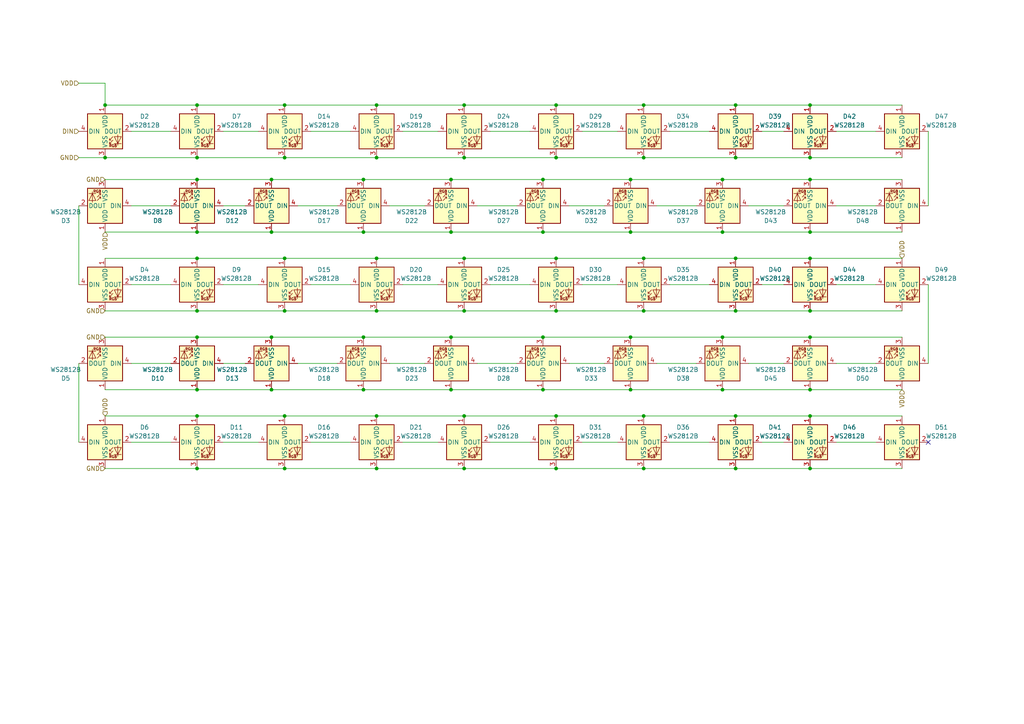
<source format=kicad_sch>
(kicad_sch (version 20211123) (generator eeschema)
  (paper "A4")
  (lib_symbols
    (symbol "LED:WS2812B" (pin_names (offset 0.254))
      (property "Reference" "D" (at 5.08 5.715 0))
      (property "Value" "WS2812B" (at 1.27 -5.715 0))
      (symbol "WS2812B_0_0"
        (text "RGB" (at 2.286 -4.191 0) (effects (font (size 0.762 0.762))))
      )
      (symbol "WS2812B_0_1"
        (polyline (pts (xy 1.27 -3.556) (xy 1.778 -3.556)))
        (polyline (pts (xy 1.27 -2.54) (xy 1.778 -2.54)))
        (polyline (pts (xy 4.699 -3.556) (xy 2.667 -3.556)))
        (polyline (pts (xy 2.286 -2.54) (xy 1.27 -3.556) (xy 1.27 -3.048)))
        (polyline (pts (xy 2.286 -1.524) (xy 1.27 -2.54) (xy 1.27 -2.032)))
        (polyline (pts (xy 3.683 -1.016) (xy 3.683 -3.556) (xy 3.683 -4.064)))
        (polyline (pts (xy 4.699 -1.524) (xy 2.667 -1.524) (xy 3.683 -3.556) (xy 4.699 -1.524)))
        (rectangle (start 5.08 5.08) (end -5.08 -5.08) (stroke (width 0.254)) (fill (type background)))
      )
      (symbol "WS2812B_1_1"
        (pin power_in line (at 0 7.62 270) (length 2.54) (name "VDD") (number "1"))
        (pin output line (at 7.62 0 180) (length 2.54) (name "DOUT") (number "2"))
        (pin power_in line (at 0 -7.62 90) (length 2.54) (name "VSS") (number "3"))
        (pin input line (at -7.62 0 0) (length 2.54) (name "DIN") (number "4"))
      )
    )
  )
  (junction (at 161.29 90.17))
  (junction (at 186.69 74.93))
  (junction (at 157.48 52.07))
  (junction (at 182.88 67.31))
  (junction (at 234.95 30.48))
  (junction (at 186.69 120.65))
  (junction (at 105.41 97.79))
  (junction (at 234.95 120.65))
  (junction (at 213.36 45.72))
  (junction (at 82.55 90.17))
  (junction (at 105.41 52.07))
  (junction (at 57.15 52.07))
  (junction (at 182.88 52.07))
  (junction (at 234.95 90.17))
  (junction (at 234.95 45.72))
  (junction (at 234.95 67.31))
  (junction (at 130.81 113.03))
  (junction (at 57.15 67.31))
  (junction (at 78.74 67.31))
  (junction (at 186.69 45.72))
  (junction (at 78.74 113.03))
  (junction (at 209.55 97.79))
  (junction (at 161.29 45.72))
  (junction (at 57.15 113.03))
  (junction (at 157.48 113.03))
  (junction (at 134.62 90.17))
  (junction (at 134.62 45.72))
  (junction (at 57.15 30.48))
  (junction (at 78.74 52.07))
  (junction (at 130.81 97.79))
  (junction (at 213.36 30.48))
  (junction (at 186.69 135.89))
  (junction (at 161.29 30.48))
  (junction (at 82.55 74.93))
  (junction (at 209.55 113.03))
  (junction (at 213.36 90.17))
  (junction (at 161.29 135.89))
  (junction (at 82.55 120.65))
  (junction (at 134.62 135.89))
  (junction (at 134.62 30.48))
  (junction (at 157.48 97.79))
  (junction (at 109.22 45.72))
  (junction (at 109.22 120.65))
  (junction (at 213.36 74.93))
  (junction (at 130.81 52.07))
  (junction (at 109.22 90.17))
  (junction (at 82.55 45.72))
  (junction (at 109.22 135.89))
  (junction (at 213.36 135.89))
  (junction (at 182.88 113.03))
  (junction (at 157.48 67.31))
  (junction (at 109.22 30.48))
  (junction (at 234.95 74.93))
  (junction (at 186.69 90.17))
  (junction (at 213.36 120.65))
  (junction (at 161.29 120.65))
  (junction (at 30.48 30.48))
  (junction (at 57.15 90.17))
  (junction (at 161.29 74.93))
  (junction (at 209.55 67.31))
  (junction (at 234.95 135.89))
  (junction (at 186.69 30.48))
  (junction (at 82.55 135.89))
  (junction (at 234.95 52.07))
  (junction (at 57.15 120.65))
  (junction (at 134.62 74.93))
  (junction (at 234.95 113.03))
  (junction (at 105.41 113.03))
  (junction (at 57.15 135.89))
  (junction (at 57.15 45.72))
  (junction (at 57.15 97.79))
  (junction (at 234.95 97.79))
  (junction (at 82.55 30.48))
  (junction (at 182.88 97.79))
  (junction (at 130.81 67.31))
  (junction (at 105.41 67.31))
  (junction (at 209.55 52.07))
  (junction (at 30.48 45.72))
  (junction (at 78.74 97.79))
  (junction (at 109.22 74.93))
  (junction (at 57.15 74.93))
  (junction (at 134.62 120.65))
  (no_connect (at 269.24 128.27))
  (wire (pts (xy 71.12 59.69) (xy 64.77 59.69)))
  (wire (pts (xy 205.74 82.55) (xy 194.31 82.55)))
  (wire (pts (xy 157.48 113.03) (xy 130.81 113.03)))
  (wire (pts (xy 242.57 59.69) (xy 254 59.69)))
  (wire (pts (xy 261.62 97.79) (xy 234.95 97.79)))
  (wire (pts (xy 49.53 38.1) (xy 38.1 38.1)))
  (wire (pts (xy 205.74 128.27) (xy 194.31 128.27)))
  (wire (pts (xy 186.69 45.72) (xy 213.36 45.72)))
  (wire (pts (xy 209.55 67.31) (xy 182.88 67.31)))
  (wire (pts (xy 64.77 38.1) (xy 74.93 38.1)))
  (wire (pts (xy 57.15 30.48) (xy 82.55 30.48)))
  (wire (pts (xy 82.55 135.89) (xy 109.22 135.89)))
  (wire (pts (xy 123.19 105.41) (xy 113.03 105.41)))
  (wire (pts (xy 105.41 97.79) (xy 78.74 97.79)))
  (wire (pts (xy 38.1 105.41) (xy 49.53 105.41)))
  (wire (pts (xy 109.22 120.65) (xy 134.62 120.65)))
  (wire (pts (xy 86.36 105.41) (xy 97.79 105.41)))
  (wire (pts (xy 22.86 45.72) (xy 30.48 45.72)))
  (wire (pts (xy 22.86 105.41) (xy 22.86 128.27)))
  (wire (pts (xy 78.74 97.79) (xy 57.15 97.79)))
  (wire (pts (xy 234.95 97.79) (xy 209.55 97.79)))
  (wire (pts (xy 134.62 120.65) (xy 161.29 120.65)))
  (wire (pts (xy 157.48 97.79) (xy 130.81 97.79)))
  (wire (pts (xy 242.57 105.41) (xy 254 105.41)))
  (wire (pts (xy 190.5 59.69) (xy 201.93 59.69)))
  (wire (pts (xy 130.81 113.03) (xy 105.41 113.03)))
  (wire (pts (xy 227.33 59.69) (xy 217.17 59.69)))
  (wire (pts (xy 101.6 82.55) (xy 90.17 82.55)))
  (wire (pts (xy 57.15 135.89) (xy 82.55 135.89)))
  (wire (pts (xy 57.15 45.72) (xy 82.55 45.72)))
  (wire (pts (xy 209.55 52.07) (xy 182.88 52.07)))
  (wire (pts (xy 134.62 90.17) (xy 161.29 90.17)))
  (wire (pts (xy 254 38.1) (xy 242.57 38.1)))
  (wire (pts (xy 134.62 45.72) (xy 161.29 45.72)))
  (wire (pts (xy 261.62 52.07) (xy 234.95 52.07)))
  (wire (pts (xy 57.15 113.03) (xy 30.48 113.03)))
  (wire (pts (xy 205.74 38.1) (xy 194.31 38.1)))
  (wire (pts (xy 227.33 105.41) (xy 217.17 105.41)))
  (wire (pts (xy 57.15 120.65) (xy 82.55 120.65)))
  (wire (pts (xy 82.55 90.17) (xy 109.22 90.17)))
  (wire (pts (xy 186.69 120.65) (xy 213.36 120.65)))
  (wire (pts (xy 213.36 45.72) (xy 234.95 45.72)))
  (wire (pts (xy 71.12 105.41) (xy 64.77 105.41)))
  (wire (pts (xy 64.77 128.27) (xy 74.93 128.27)))
  (wire (pts (xy 157.48 67.31) (xy 130.81 67.31)))
  (wire (pts (xy 157.48 52.07) (xy 130.81 52.07)))
  (wire (pts (xy 190.5 105.41) (xy 201.93 105.41)))
  (wire (pts (xy 220.98 128.27) (xy 227.33 128.27)))
  (wire (pts (xy 234.95 52.07) (xy 209.55 52.07)))
  (wire (pts (xy 153.67 38.1) (xy 142.24 38.1)))
  (wire (pts (xy 186.69 135.89) (xy 213.36 135.89)))
  (wire (pts (xy 30.48 45.72) (xy 57.15 45.72)))
  (wire (pts (xy 254 128.27) (xy 242.57 128.27)))
  (wire (pts (xy 134.62 30.48) (xy 161.29 30.48)))
  (wire (pts (xy 134.62 74.93) (xy 161.29 74.93)))
  (wire (pts (xy 78.74 52.07) (xy 57.15 52.07)))
  (wire (pts (xy 30.48 90.17) (xy 57.15 90.17)))
  (wire (pts (xy 116.84 128.27) (xy 127 128.27)))
  (wire (pts (xy 161.29 135.89) (xy 186.69 135.89)))
  (wire (pts (xy 175.26 59.69) (xy 165.1 59.69)))
  (wire (pts (xy 234.95 120.65) (xy 261.62 120.65)))
  (wire (pts (xy 213.36 74.93) (xy 234.95 74.93)))
  (wire (pts (xy 182.88 97.79) (xy 157.48 97.79)))
  (wire (pts (xy 101.6 38.1) (xy 90.17 38.1)))
  (wire (pts (xy 168.91 82.55) (xy 179.07 82.55)))
  (wire (pts (xy 105.41 113.03) (xy 78.74 113.03)))
  (wire (pts (xy 153.67 82.55) (xy 142.24 82.55)))
  (wire (pts (xy 49.53 82.55) (xy 38.1 82.55)))
  (wire (pts (xy 182.88 67.31) (xy 157.48 67.31)))
  (wire (pts (xy 138.43 59.69) (xy 149.86 59.69)))
  (wire (pts (xy 161.29 120.65) (xy 186.69 120.65)))
  (wire (pts (xy 64.77 82.55) (xy 74.93 82.55)))
  (wire (pts (xy 22.86 59.69) (xy 22.86 82.55)))
  (wire (pts (xy 261.62 67.31) (xy 234.95 67.31)))
  (wire (pts (xy 109.22 135.89) (xy 134.62 135.89)))
  (wire (pts (xy 82.55 30.48) (xy 109.22 30.48)))
  (wire (pts (xy 209.55 97.79) (xy 182.88 97.79)))
  (wire (pts (xy 109.22 74.93) (xy 134.62 74.93)))
  (wire (pts (xy 82.55 45.72) (xy 109.22 45.72)))
  (wire (pts (xy 161.29 74.93) (xy 186.69 74.93)))
  (wire (pts (xy 30.48 135.89) (xy 57.15 135.89)))
  (wire (pts (xy 57.15 74.93) (xy 82.55 74.93)))
  (wire (pts (xy 134.62 135.89) (xy 161.29 135.89)))
  (wire (pts (xy 30.48 24.13) (xy 30.48 30.48)))
  (wire (pts (xy 234.95 135.89) (xy 261.62 135.89)))
  (wire (pts (xy 234.95 113.03) (xy 209.55 113.03)))
  (wire (pts (xy 30.48 120.65) (xy 57.15 120.65)))
  (wire (pts (xy 116.84 82.55) (xy 127 82.55)))
  (wire (pts (xy 234.95 90.17) (xy 261.62 90.17)))
  (wire (pts (xy 101.6 128.27) (xy 90.17 128.27)))
  (wire (pts (xy 220.98 38.1) (xy 227.33 38.1)))
  (wire (pts (xy 86.36 59.69) (xy 97.79 59.69)))
  (wire (pts (xy 269.24 82.55) (xy 269.24 105.41)))
  (wire (pts (xy 130.81 67.31) (xy 105.41 67.31)))
  (wire (pts (xy 254 82.55) (xy 242.57 82.55)))
  (wire (pts (xy 261.62 113.03) (xy 234.95 113.03)))
  (wire (pts (xy 30.48 74.93) (xy 57.15 74.93)))
  (wire (pts (xy 234.95 74.93) (xy 261.62 74.93)))
  (wire (pts (xy 138.43 105.41) (xy 149.86 105.41)))
  (wire (pts (xy 116.84 38.1) (xy 127 38.1)))
  (wire (pts (xy 109.22 45.72) (xy 134.62 45.72)))
  (wire (pts (xy 209.55 113.03) (xy 182.88 113.03)))
  (wire (pts (xy 57.15 97.79) (xy 30.48 97.79)))
  (wire (pts (xy 30.48 30.48) (xy 57.15 30.48)))
  (wire (pts (xy 234.95 45.72) (xy 261.62 45.72)))
  (wire (pts (xy 213.36 90.17) (xy 234.95 90.17)))
  (wire (pts (xy 57.15 67.31) (xy 30.48 67.31)))
  (wire (pts (xy 78.74 67.31) (xy 57.15 67.31)))
  (wire (pts (xy 161.29 90.17) (xy 186.69 90.17)))
  (wire (pts (xy 105.41 52.07) (xy 78.74 52.07)))
  (wire (pts (xy 234.95 67.31) (xy 209.55 67.31)))
  (wire (pts (xy 182.88 52.07) (xy 157.48 52.07)))
  (wire (pts (xy 49.53 128.27) (xy 38.1 128.27)))
  (wire (pts (xy 130.81 97.79) (xy 105.41 97.79)))
  (wire (pts (xy 78.74 113.03) (xy 57.15 113.03)))
  (wire (pts (xy 109.22 90.17) (xy 134.62 90.17)))
  (wire (pts (xy 234.95 30.48) (xy 261.62 30.48)))
  (wire (pts (xy 269.24 38.1) (xy 269.24 59.69)))
  (wire (pts (xy 186.69 30.48) (xy 213.36 30.48)))
  (wire (pts (xy 161.29 30.48) (xy 186.69 30.48)))
  (wire (pts (xy 186.69 90.17) (xy 213.36 90.17)))
  (wire (pts (xy 213.36 135.89) (xy 234.95 135.89)))
  (wire (pts (xy 123.19 59.69) (xy 113.03 59.69)))
  (wire (pts (xy 186.69 74.93) (xy 213.36 74.93)))
  (wire (pts (xy 161.29 45.72) (xy 186.69 45.72)))
  (wire (pts (xy 57.15 52.07) (xy 30.48 52.07)))
  (wire (pts (xy 38.1 59.69) (xy 49.53 59.69)))
  (wire (pts (xy 213.36 30.48) (xy 234.95 30.48)))
  (wire (pts (xy 57.15 90.17) (xy 82.55 90.17)))
  (wire (pts (xy 168.91 38.1) (xy 179.07 38.1)))
  (wire (pts (xy 213.36 120.65) (xy 234.95 120.65)))
  (wire (pts (xy 153.67 128.27) (xy 142.24 128.27)))
  (wire (pts (xy 109.22 30.48) (xy 134.62 30.48)))
  (wire (pts (xy 182.88 113.03) (xy 157.48 113.03)))
  (wire (pts (xy 220.98 82.55) (xy 227.33 82.55)))
  (wire (pts (xy 22.86 24.13) (xy 30.48 24.13)))
  (wire (pts (xy 130.81 52.07) (xy 105.41 52.07)))
  (wire (pts (xy 82.55 120.65) (xy 109.22 120.65)))
  (wire (pts (xy 82.55 74.93) (xy 109.22 74.93)))
  (wire (pts (xy 175.26 105.41) (xy 165.1 105.41)))
  (wire (pts (xy 105.41 67.31) (xy 78.74 67.31)))
  (wire (pts (xy 168.91 128.27) (xy 179.07 128.27)))
  (hierarchical_label "VDD" (shape input) (at 30.48 120.65 90))
  (hierarchical_label "GND" (shape input) (at 30.48 97.79 180))
  (hierarchical_label "GND" (shape input) (at 30.48 90.17 180))
  (hierarchical_label "VDD" (shape input) (at 261.62 74.93 90))
  (hierarchical_label "VDD" (shape input) (at 30.48 67.31 270))
  (hierarchical_label "GND" (shape input) (at 30.48 52.07 180))
  (hierarchical_label "VDD" (shape input) (at 22.86 24.13 180))
  (hierarchical_label "GND" (shape input) (at 22.86 45.72 180))
  (hierarchical_label "DIN" (shape input) (at 22.86 38.1 180))
  (hierarchical_label "GND" (shape input) (at 30.48 135.89 180))
  (hierarchical_label "VDD" (shape input) (at 261.62 113.03 270))
  (symbol (lib_id "LED:WS2812B") (at 261.62 38.1 0) (unit 1)
    (property "Reference" "D47" (at 273.05 33.7693 0))
    (property "Value" "WS2812B" (at 273.05 36.3093 0))
    (property "Datasheet" "https://cdn-shop.adafruit.com/datasheets/WS2812B.pdf" (effects hide))
  )
  (symbol (lib_id "LED:WS2812B") (at 161.29 38.1 0) (unit 1)
    (property "Reference" "D29" (at 172.72 33.7693 0))
    (property "Value" "WS2812B" (at 172.72 36.3093 0))
    (property "Datasheet" "https://cdn-shop.adafruit.com/datasheets/WS2812B.pdf" (effects hide))
  )
  (symbol (lib_id "LED:WS2812B") (at 82.55 82.55 0) (unit 1)
    (property "Reference" "D15" (at 93.98 78.2193 0))
    (property "Value" "WS2812B" (at 93.98 80.7593 0))
    (property "Datasheet" "https://cdn-shop.adafruit.com/datasheets/WS2812B.pdf" (effects hide))
  )
  (symbol (lib_id "LED:WS2812B") (at 157.48 59.69 180) (unit 1)
    (property "Reference" "D27" (at 146.05 64.0207 0))
    (property "Value" "WS2812B" (at 146.05 61.4807 0))
    (property "Datasheet" "https://cdn-shop.adafruit.com/datasheets/WS2812B.pdf" (effects hide))
  )
  (symbol (lib_id "LED:WS2812B") (at 161.29 82.55 0) (unit 1)
    (property "Reference" "D30" (at 172.72 78.2193 0))
    (property "Value" "WS2812B" (at 172.72 80.7593 0))
    (property "Datasheet" "https://cdn-shop.adafruit.com/datasheets/WS2812B.pdf" (effects hide))
  )
  (symbol (lib_id "LED:WS2812B") (at 261.62 105.41 180) (unit 1)
    (property "Reference" "D50" (at 250.19 109.7407 0))
    (property "Value" "WS2812B" (at 250.19 107.2007 0))
    (property "Datasheet" "https://cdn-shop.adafruit.com/datasheets/WS2812B.pdf" (effects hide))
  )
  (symbol (lib_id "LED:WS2812B") (at 57.15 105.41 180) (unit 1)
    (property "Reference" "D10" (at 45.72 109.7407 0))
    (property "Value" "WS2812B" (at 45.72 107.2007 0))
    (property "Datasheet" "https://cdn-shop.adafruit.com/datasheets/WS2812B.pdf" (effects hide))
  )
  (symbol (lib_id "LED:WS2812B") (at 134.62 128.27 0) (unit 1)
    (property "Reference" "D26" (at 146.05 123.9393 0))
    (property "Value" "WS2812B" (at 146.05 126.4793 0))
    (property "Datasheet" "https://cdn-shop.adafruit.com/datasheets/WS2812B.pdf" (effects hide))
  )
  (symbol (lib_id "LED:WS2812B") (at 130.81 59.69 180) (unit 1)
    (property "Reference" "D22" (at 119.38 64.0207 0))
    (property "Value" "WS2812B" (at 119.38 61.4807 0))
    (property "Datasheet" "https://cdn-shop.adafruit.com/datasheets/WS2812B.pdf" (effects hide))
  )
  (symbol (lib_id "LED:WS2812B") (at 261.62 59.69 180) (unit 1)
    (property "Reference" "D48" (at 250.19 64.0207 0))
    (property "Value" "WS2812B" (at 250.19 61.4807 0))
    (property "Datasheet" "https://cdn-shop.adafruit.com/datasheets/WS2812B.pdf" (effects hide))
  )
  (symbol (lib_id "LED:WS2812B") (at 186.69 82.55 0) (unit 1)
    (property "Reference" "D35" (at 198.12 78.2193 0))
    (property "Value" "WS2812B" (at 198.12 80.7593 0))
    (property "Datasheet" "https://cdn-shop.adafruit.com/datasheets/WS2812B.pdf" (effects hide))
  )
  (symbol (lib_id "LED:WS2812B") (at 57.15 59.69 180) (unit 1)
    (property "Reference" "D8" (at 45.72 64.0207 0))
    (property "Value" "WS2812B" (at 45.72 61.4807 0))
    (property "Datasheet" "https://cdn-shop.adafruit.com/datasheets/WS2812B.pdf" (effects hide))
  )
  (symbol (lib_id "LED:WS2812B") (at 213.36 38.1 0) (unit 1)
    (property "Reference" "D39" (at 224.79 33.7693 0))
    (property "Value" "WS2812B" (at 224.79 36.3093 0))
    (property "Datasheet" "https://cdn-shop.adafruit.com/datasheets/WS2812B.pdf" (effects hide))
  )
  (symbol (lib_id "LED:WS2812B") (at 234.95 59.69 180) (unit 1)
    (property "Reference" "D43" (at 223.52 64.0207 0))
    (property "Value" "WS2812B" (at 223.52 61.4807 0))
    (property "Datasheet" "https://cdn-shop.adafruit.com/datasheets/WS2812B.pdf" (effects hide))
  )
  (symbol (lib_id "LED:WS2812B") (at 261.62 82.55 0) (unit 1)
    (property "Reference" "D49" (at 273.05 78.2193 0))
    (property "Value" "WS2812B" (at 273.05 80.7593 0))
    (property "Datasheet" "https://cdn-shop.adafruit.com/datasheets/WS2812B.pdf" (effects hide))
  )
  (symbol (lib_id "LED:WS2812B") (at 57.15 82.55 0) (unit 1)
    (property "Reference" "D9" (at 68.58 78.2193 0))
    (property "Value" "WS2812B" (at 68.58 80.7593 0))
    (property "Datasheet" "https://cdn-shop.adafruit.com/datasheets/WS2812B.pdf" (effects hide))
  )
  (symbol (lib_id "LED:WS2812B") (at 57.15 128.27 0) (unit 1)
    (property "Reference" "D11" (at 68.58 123.9393 0))
    (property "Value" "WS2812B" (at 68.58 126.4793 0))
    (property "Datasheet" "https://cdn-shop.adafruit.com/datasheets/WS2812B.pdf" (effects hide))
  )
  (symbol (lib_id "LED:WS2812B") (at 182.88 105.41 180) (unit 1)
    (property "Reference" "D33" (at 171.45 109.7407 0))
    (property "Value" "WS2812B" (at 171.45 107.2007 0))
    (property "Datasheet" "https://cdn-shop.adafruit.com/datasheets/WS2812B.pdf" (effects hide))
  )
  (symbol (lib_id "LED:WS2812B") (at 234.95 128.27 0) (unit 1)
    (property "Reference" "D46" (at 246.38 123.9393 0))
    (property "Value" "WS2812B" (at 246.38 126.4793 0))
    (property "Datasheet" "https://cdn-shop.adafruit.com/datasheets/WS2812B.pdf" (effects hide))
  )
  (symbol (lib_id "LED:WS2812B") (at 78.74 59.69 180) (unit 1)
    (property "Reference" "D12" (at 67.31 64.0207 0))
    (property "Value" "WS2812B" (at 67.31 61.4807 0))
    (property "Datasheet" "https://cdn-shop.adafruit.com/datasheets/WS2812B.pdf" (effects hide))
  )
  (symbol (lib_id "LED:WS2812B") (at 186.69 128.27 0) (unit 1)
    (property "Reference" "D36" (at 198.12 123.9393 0))
    (property "Value" "WS2812B" (at 198.12 126.4793 0))
    (property "Datasheet" "https://cdn-shop.adafruit.com/datasheets/WS2812B.pdf" (effects hide))
  )
  (symbol (lib_id "LED:WS2812B") (at 78.74 105.41 180) (unit 1)
    (property "Reference" "D13" (at 67.31 109.7407 0))
    (property "Value" "WS2812B" (at 67.31 107.2007 0))
    (property "Datasheet" "https://cdn-shop.adafruit.com/datasheets/WS2812B.pdf" (effects hide))
  )
  (symbol (lib_id "LED:WS2812B") (at 161.29 128.27 0) (unit 1)
    (property "Reference" "D31" (at 172.72 123.9393 0))
    (property "Value" "WS2812B" (at 172.72 126.4793 0))
    (property "Datasheet" "https://cdn-shop.adafruit.com/datasheets/WS2812B.pdf" (effects hide))
  )
  (symbol (lib_id "LED:WS2812B") (at 30.48 82.55 0) (unit 1)
    (property "Reference" "D4" (at 41.91 78.2193 0))
    (property "Value" "WS2812B" (at 41.91 80.7593 0))
    (property "Datasheet" "https://cdn-shop.adafruit.com/datasheets/WS2812B.pdf" (effects hide))
  )
  (symbol (lib_id "LED:WS2812B") (at 261.62 128.27 0) (unit 1)
    (property "Reference" "D51" (at 273.05 123.9393 0))
    (property "Value" "WS2812B" (at 273.05 126.4793 0))
    (property "Datasheet" "https://cdn-shop.adafruit.com/datasheets/WS2812B.pdf" (effects hide))
  )
  (symbol (lib_id "LED:WS2812B") (at 157.48 105.41 180) (unit 1)
    (property "Reference" "D28" (at 146.05 109.7407 0))
    (property "Value" "WS2812B" (at 146.05 107.2007 0))
    (property "Datasheet" "https://cdn-shop.adafruit.com/datasheets/WS2812B.pdf" (effects hide))
  )
  (symbol (lib_id "LED:WS2812B") (at 134.62 38.1 0) (unit 1)
    (property "Reference" "D24" (at 146.05 33.7693 0))
    (property "Value" "WS2812B" (at 146.05 36.3093 0))
    (property "Datasheet" "https://cdn-shop.adafruit.com/datasheets/WS2812B.pdf" (effects hide))
  )
  (symbol (lib_id "LED:WS2812B") (at 130.81 105.41 180) (unit 1)
    (property "Reference" "D23" (at 119.38 109.7407 0))
    (property "Value" "WS2812B" (at 119.38 107.2007 0))
    (property "Datasheet" "https://cdn-shop.adafruit.com/datasheets/WS2812B.pdf" (effects hide))
  )
  (symbol (lib_id "LED:WS2812B") (at 105.41 59.69 180) (unit 1)
    (property "Reference" "D17" (at 93.98 64.0207 0))
    (property "Value" "WS2812B" (at 93.98 61.4807 0))
    (property "Datasheet" "https://cdn-shop.adafruit.com/datasheets/WS2812B.pdf" (effects hide))
  )
  (symbol (lib_id "LED:WS2812B") (at 209.55 105.41 180) (unit 1)
    (property "Reference" "D38" (at 198.12 109.7407 0))
    (property "Value" "WS2812B" (at 198.12 107.2007 0))
    (property "Datasheet" "https://cdn-shop.adafruit.com/datasheets/WS2812B.pdf" (effects hide))
  )
  (symbol (lib_id "LED:WS2812B") (at 134.62 82.55 0) (unit 1)
    (property "Reference" "D25" (at 146.05 78.2193 0))
    (property "Value" "WS2812B" (at 146.05 80.7593 0))
    (property "Datasheet" "https://cdn-shop.adafruit.com/datasheets/WS2812B.pdf" (effects hide))
  )
  (symbol (lib_id "LED:WS2812B") (at 109.22 82.55 0) (unit 1)
    (property "Reference" "D20" (at 120.65 78.2193 0))
    (property "Value" "WS2812B" (at 120.65 80.7593 0))
    (property "Datasheet" "https://cdn-shop.adafruit.com/datasheets/WS2812B.pdf" (effects hide))
  )
  (symbol (lib_id "LED:WS2812B") (at 234.95 38.1 0) (unit 1)
    (property "Reference" "D42" (at 246.38 33.7693 0))
    (property "Value" "WS2812B" (at 246.38 36.3093 0))
    (property "Datasheet" "https://cdn-shop.adafruit.com/datasheets/WS2812B.pdf" (effects hide))
  )
  (symbol (lib_id "LED:WS2812B") (at 234.95 105.41 180) (unit 1)
    (property "Reference" "D45" (at 223.52 109.7407 0))
    (property "Value" "WS2812B" (at 223.52 107.2007 0))
    (property "Datasheet" "https://cdn-shop.adafruit.com/datasheets/WS2812B.pdf" (effects hide))
  )
  (symbol (lib_id "LED:WS2812B") (at 30.48 59.69 180) (unit 1)
    (property "Reference" "D3" (at 19.05 64.0207 0))
    (property "Value" "WS2812B" (at 19.05 61.4807 0))
    (property "Datasheet" "https://cdn-shop.adafruit.com/datasheets/WS2812B.pdf" (effects hide))
  )
  (symbol (lib_id "LED:WS2812B") (at 105.41 105.41 180) (unit 1)
    (property "Reference" "D18" (at 93.98 109.7407 0))
    (property "Value" "WS2812B" (at 93.98 107.2007 0))
    (property "Datasheet" "https://cdn-shop.adafruit.com/datasheets/WS2812B.pdf" (effects hide))
  )
  (symbol (lib_id "LED:WS2812B") (at 30.48 105.41 180) (unit 1)
    (property "Reference" "D5" (at 19.05 109.7407 0))
    (property "Value" "WS2812B" (at 19.05 107.2007 0))
    (property "Datasheet" "https://cdn-shop.adafruit.com/datasheets/WS2812B.pdf" (effects hide))
  )
  (symbol (lib_id "LED:WS2812B") (at 30.48 38.1 0) (unit 1)
    (property "Reference" "D2" (at 41.91 33.7693 0))
    (property "Value" "WS2812B" (at 41.91 36.3093 0))
    (property "Datasheet" "https://cdn-shop.adafruit.com/datasheets/WS2812B.pdf" (effects hide))
  )
  (symbol (lib_id "LED:WS2812B") (at 109.22 38.1 0) (unit 1)
    (property "Reference" "D19" (at 120.65 33.7693 0))
    (property "Value" "WS2812B" (at 120.65 36.3093 0))
    (property "Datasheet" "https://cdn-shop.adafruit.com/datasheets/WS2812B.pdf" (effects hide))
  )
  (symbol (lib_id "LED:WS2812B") (at 234.95 82.55 0) (unit 1)
    (property "Reference" "D44" (at 246.38 78.2193 0))
    (property "Value" "WS2812B" (at 246.38 80.7593 0))
    (property "Datasheet" "https://cdn-shop.adafruit.com/datasheets/WS2812B.pdf" (effects hide))
  )
  (symbol (lib_id "LED:WS2812B") (at 209.55 59.69 180) (unit 1)
    (property "Reference" "D37" (at 198.12 64.0207 0))
    (property "Value" "WS2812B" (at 198.12 61.4807 0))
    (property "Datasheet" "https://cdn-shop.adafruit.com/datasheets/WS2812B.pdf" (effects hide))
  )
  (symbol (lib_id "LED:WS2812B") (at 82.55 128.27 0) (unit 1)
    (property "Reference" "D16" (at 93.98 123.9393 0))
    (property "Value" "WS2812B" (at 93.98 126.4793 0))
    (property "Datasheet" "https://cdn-shop.adafruit.com/datasheets/WS2812B.pdf" (effects hide))
  )
  (symbol (lib_id "LED:WS2812B") (at 109.22 128.27 0) (unit 1)
    (property "Reference" "D21" (at 120.65 123.9393 0))
    (property "Value" "WS2812B" (at 120.65 126.4793 0))
    (property "Datasheet" "https://cdn-shop.adafruit.com/datasheets/WS2812B.pdf" (effects hide))
  )
  (symbol (lib_id "LED:WS2812B") (at 186.69 38.1 0) (unit 1)
    (property "Reference" "D34" (at 198.12 33.7693 0))
    (property "Value" "WS2812B" (at 198.12 36.3093 0))
    (property "Datasheet" "https://cdn-shop.adafruit.com/datasheets/WS2812B.pdf" (effects hide))
  )
  (symbol (lib_id "LED:WS2812B") (at 82.55 38.1 0) (unit 1)
    (property "Reference" "D14" (at 93.98 33.7693 0))
    (property "Value" "WS2812B" (at 93.98 36.3093 0))
    (property "Datasheet" "https://cdn-shop.adafruit.com/datasheets/WS2812B.pdf" (effects hide))
  )
  (symbol (lib_id "LED:WS2812B") (at 30.48 128.27 0) (unit 1)
    (property "Reference" "D6" (at 41.91 123.9393 0))
    (property "Value" "WS2812B" (at 41.91 126.4793 0))
    (property "Datasheet" "https://cdn-shop.adafruit.com/datasheets/WS2812B.pdf" (effects hide))
  )
  (symbol (lib_id "LED:WS2812B") (at 213.36 82.55 0) (unit 1)
    (property "Reference" "D40" (at 224.79 78.2193 0))
    (property "Value" "WS2812B" (at 224.79 80.7593 0))
    (property "Datasheet" "https://cdn-shop.adafruit.com/datasheets/WS2812B.pdf" (effects hide))
  )
  (symbol (lib_id "LED:WS2812B") (at 57.15 38.1 0) (unit 1)
    (property "Reference" "D7" (at 68.58 33.7693 0))
    (property "Value" "WS2812B" (at 68.58 36.3093 0))
    (property "Datasheet" "https://cdn-shop.adafruit.com/datasheets/WS2812B.pdf" (effects hide))
  )
  (symbol (lib_id "LED:WS2812B") (at 213.36 128.27 0) (unit 1)
    (property "Reference" "D41" (at 224.79 123.9393 0))
    (property "Value" "WS2812B" (at 224.79 126.4793 0))
    (property "Datasheet" "https://cdn-shop.adafruit.com/datasheets/WS2812B.pdf" (effects hide))
  )
  (symbol (lib_id "LED:WS2812B") (at 182.88 59.69 180) (unit 1)
    (property "Reference" "D32" (at 171.45 64.0207 0))
    (property "Value" "WS2812B" (at 171.45 61.4807 0))
    (property "Datasheet" "https://cdn-shop.adafruit.com/datasheets/WS2812B.pdf" (effects hide))
  )
)
</source>
